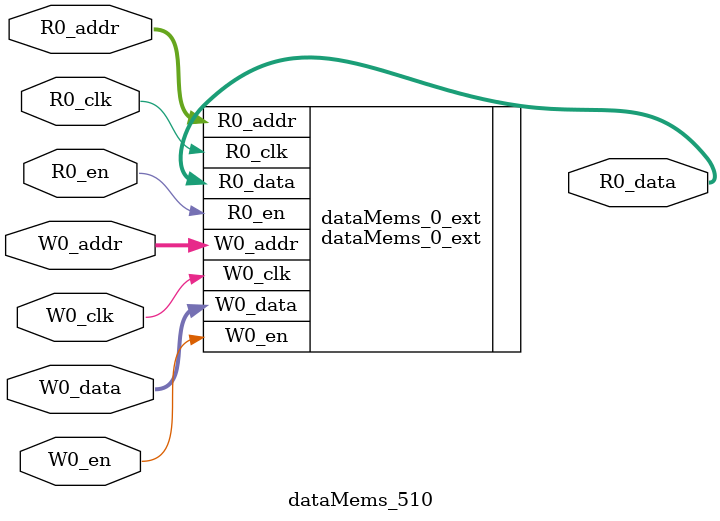
<source format=sv>
`ifndef RANDOMIZE
  `ifdef RANDOMIZE_REG_INIT
    `define RANDOMIZE
  `endif // RANDOMIZE_REG_INIT
`endif // not def RANDOMIZE
`ifndef RANDOMIZE
  `ifdef RANDOMIZE_MEM_INIT
    `define RANDOMIZE
  `endif // RANDOMIZE_MEM_INIT
`endif // not def RANDOMIZE

`ifndef RANDOM
  `define RANDOM $random
`endif // not def RANDOM

// Users can define 'PRINTF_COND' to add an extra gate to prints.
`ifndef PRINTF_COND_
  `ifdef PRINTF_COND
    `define PRINTF_COND_ (`PRINTF_COND)
  `else  // PRINTF_COND
    `define PRINTF_COND_ 1
  `endif // PRINTF_COND
`endif // not def PRINTF_COND_

// Users can define 'ASSERT_VERBOSE_COND' to add an extra gate to assert error printing.
`ifndef ASSERT_VERBOSE_COND_
  `ifdef ASSERT_VERBOSE_COND
    `define ASSERT_VERBOSE_COND_ (`ASSERT_VERBOSE_COND)
  `else  // ASSERT_VERBOSE_COND
    `define ASSERT_VERBOSE_COND_ 1
  `endif // ASSERT_VERBOSE_COND
`endif // not def ASSERT_VERBOSE_COND_

// Users can define 'STOP_COND' to add an extra gate to stop conditions.
`ifndef STOP_COND_
  `ifdef STOP_COND
    `define STOP_COND_ (`STOP_COND)
  `else  // STOP_COND
    `define STOP_COND_ 1
  `endif // STOP_COND
`endif // not def STOP_COND_

// Users can define INIT_RANDOM as general code that gets injected into the
// initializer block for modules with registers.
`ifndef INIT_RANDOM
  `define INIT_RANDOM
`endif // not def INIT_RANDOM

// If using random initialization, you can also define RANDOMIZE_DELAY to
// customize the delay used, otherwise 0.002 is used.
`ifndef RANDOMIZE_DELAY
  `define RANDOMIZE_DELAY 0.002
`endif // not def RANDOMIZE_DELAY

// Define INIT_RANDOM_PROLOG_ for use in our modules below.
`ifndef INIT_RANDOM_PROLOG_
  `ifdef RANDOMIZE
    `ifdef VERILATOR
      `define INIT_RANDOM_PROLOG_ `INIT_RANDOM
    `else  // VERILATOR
      `define INIT_RANDOM_PROLOG_ `INIT_RANDOM #`RANDOMIZE_DELAY begin end
    `endif // VERILATOR
  `else  // RANDOMIZE
    `define INIT_RANDOM_PROLOG_
  `endif // RANDOMIZE
`endif // not def INIT_RANDOM_PROLOG_

// Include register initializers in init blocks unless synthesis is set
`ifndef SYNTHESIS
  `ifndef ENABLE_INITIAL_REG_
    `define ENABLE_INITIAL_REG_
  `endif // not def ENABLE_INITIAL_REG_
`endif // not def SYNTHESIS

// Include rmemory initializers in init blocks unless synthesis is set
`ifndef SYNTHESIS
  `ifndef ENABLE_INITIAL_MEM_
    `define ENABLE_INITIAL_MEM_
  `endif // not def ENABLE_INITIAL_MEM_
`endif // not def SYNTHESIS

module dataMems_510(	// @[generators/ara/src/main/scala/UnsafeAXI4ToTL.scala:365:62]
  input  [4:0]  R0_addr,
  input         R0_en,
  input         R0_clk,
  output [66:0] R0_data,
  input  [4:0]  W0_addr,
  input         W0_en,
  input         W0_clk,
  input  [66:0] W0_data
);

  dataMems_0_ext dataMems_0_ext (	// @[generators/ara/src/main/scala/UnsafeAXI4ToTL.scala:365:62]
    .R0_addr (R0_addr),
    .R0_en   (R0_en),
    .R0_clk  (R0_clk),
    .R0_data (R0_data),
    .W0_addr (W0_addr),
    .W0_en   (W0_en),
    .W0_clk  (W0_clk),
    .W0_data (W0_data)
  );
endmodule


</source>
